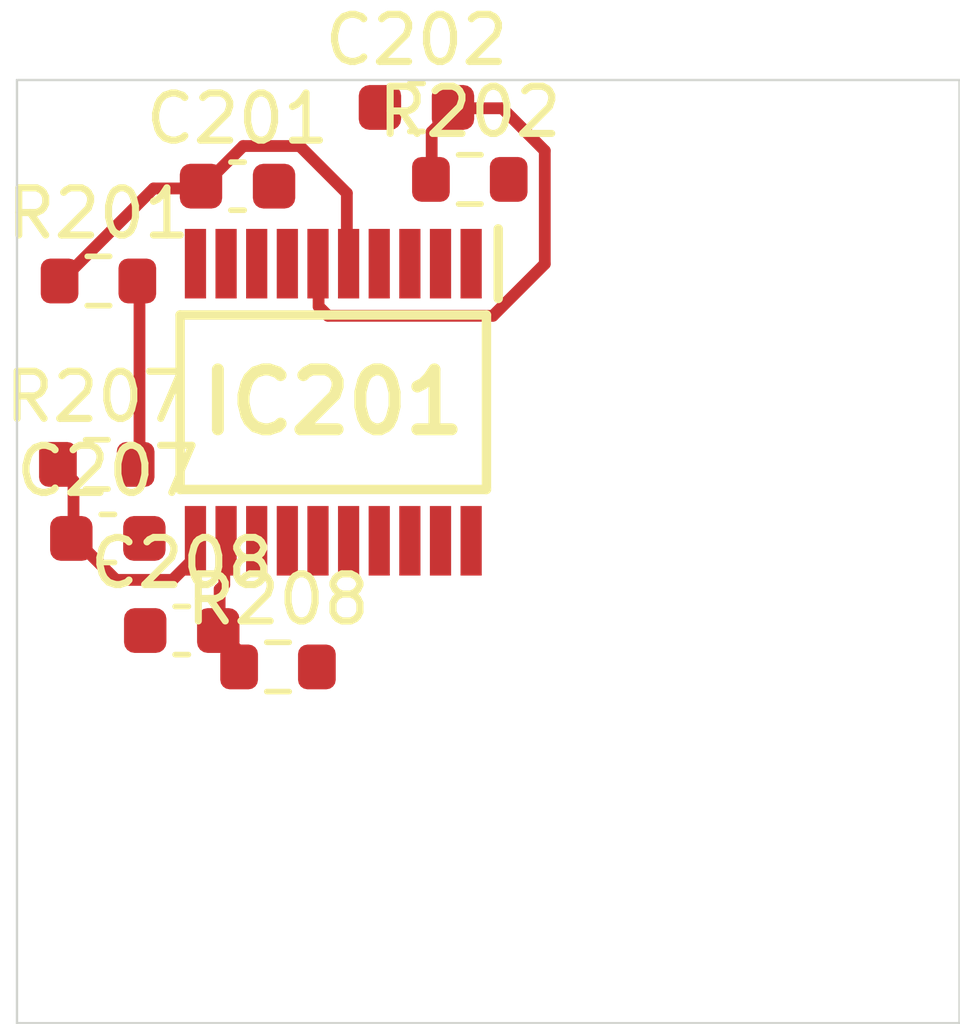
<source format=kicad_pcb>
 ( kicad_pcb  ( version 20171130 )
 ( host pcbnew 5.1.12-84ad8e8a86~92~ubuntu18.04.1 )
 ( general  ( thickness 1.6 )
 ( drawings 4 )
 ( tracks 0 )
 ( zones 0 )
 ( modules 9 )
 ( nets 19 )
)
 ( page A4 )
 ( layers  ( 0 F.Cu signal )
 ( 31 B.Cu signal )
 ( 32 B.Adhes user )
 ( 33 F.Adhes user )
 ( 34 B.Paste user )
 ( 35 F.Paste user )
 ( 36 B.SilkS user )
 ( 37 F.SilkS user )
 ( 38 B.Mask user )
 ( 39 F.Mask user )
 ( 40 Dwgs.User user )
 ( 41 Cmts.User user )
 ( 42 Eco1.User user )
 ( 43 Eco2.User user )
 ( 44 Edge.Cuts user )
 ( 45 Margin user )
 ( 46 B.CrtYd user )
 ( 47 F.CrtYd user )
 ( 48 B.Fab user )
 ( 49 F.Fab user )
)
 ( setup  ( last_trace_width 0.25 )
 ( trace_clearance 0.2 )
 ( zone_clearance 0.508 )
 ( zone_45_only no )
 ( trace_min 0.2 )
 ( via_size 0.8 )
 ( via_drill 0.4 )
 ( via_min_size 0.4 )
 ( via_min_drill 0.3 )
 ( uvia_size 0.3 )
 ( uvia_drill 0.1 )
 ( uvias_allowed no )
 ( uvia_min_size 0.2 )
 ( uvia_min_drill 0.1 )
 ( edge_width 0.05 )
 ( segment_width 0.2 )
 ( pcb_text_width 0.3 )
 ( pcb_text_size 1.5 1.5 )
 ( mod_edge_width 0.12 )
 ( mod_text_size 1 1 )
 ( mod_text_width 0.15 )
 ( pad_size 1.524 1.524 )
 ( pad_drill 0.762 )
 ( pad_to_mask_clearance 0 )
 ( aux_axis_origin 0 0 )
 ( visible_elements FFFFFF7F )
 ( pcbplotparams  ( layerselection 0x010fc_ffffffff )
 ( usegerberextensions false )
 ( usegerberattributes true )
 ( usegerberadvancedattributes true )
 ( creategerberjobfile true )
 ( excludeedgelayer true )
 ( linewidth 0.100000 )
 ( plotframeref false )
 ( viasonmask false )
 ( mode 1 )
 ( useauxorigin false )
 ( hpglpennumber 1 )
 ( hpglpenspeed 20 )
 ( hpglpendiameter 15.000000 )
 ( psnegative false )
 ( psa4output false )
 ( plotreference true )
 ( plotvalue true )
 ( plotinvisibletext false )
 ( padsonsilk false )
 ( subtractmaskfromsilk false )
 ( outputformat 1 )
 ( mirror false )
 ( drillshape 1 )
 ( scaleselection 1 )
 ( outputdirectory "" )
)
)
 ( net 0 "" )
 ( net 1 GND )
 ( net 2 /Sheet6235D886/ch0 )
 ( net 3 /Sheet6235D886/ch1 )
 ( net 4 /Sheet6235D886/ch2 )
 ( net 5 /Sheet6235D886/ch3 )
 ( net 6 /Sheet6235D886/ch4 )
 ( net 7 /Sheet6235D886/ch5 )
 ( net 8 /Sheet6235D886/ch6 )
 ( net 9 /Sheet6235D886/ch7 )
 ( net 10 VDD )
 ( net 11 VDDA )
 ( net 12 /Sheet6235D886/adc_csn )
 ( net 13 /Sheet6235D886/adc_sck )
 ( net 14 /Sheet6235D886/adc_sdi )
 ( net 15 /Sheet6235D886/adc_sdo )
 ( net 16 /Sheet6235D886/vp )
 ( net 17 /Sheet6248AD22/chn0 )
 ( net 18 /Sheet6248AD22/chn3 )
 ( net_class Default "This is the default net class."  ( clearance 0.2 )
 ( trace_width 0.25 )
 ( via_dia 0.8 )
 ( via_drill 0.4 )
 ( uvia_dia 0.3 )
 ( uvia_drill 0.1 )
 ( add_net /Sheet6235D886/adc_csn )
 ( add_net /Sheet6235D886/adc_sck )
 ( add_net /Sheet6235D886/adc_sdi )
 ( add_net /Sheet6235D886/adc_sdo )
 ( add_net /Sheet6235D886/ch0 )
 ( add_net /Sheet6235D886/ch1 )
 ( add_net /Sheet6235D886/ch2 )
 ( add_net /Sheet6235D886/ch3 )
 ( add_net /Sheet6235D886/ch4 )
 ( add_net /Sheet6235D886/ch5 )
 ( add_net /Sheet6235D886/ch6 )
 ( add_net /Sheet6235D886/ch7 )
 ( add_net /Sheet6235D886/vp )
 ( add_net /Sheet6248AD22/chn0 )
 ( add_net /Sheet6248AD22/chn3 )
 ( add_net GND )
 ( add_net VDD )
 ( add_net VDDA )
)
 ( module Capacitor_SMD:C_0603_1608Metric  ( layer F.Cu )
 ( tedit 5F68FEEE )
 ( tstamp 6234222D )
 ( at 84.680300 102.251000 )
 ( descr "Capacitor SMD 0603 (1608 Metric), square (rectangular) end terminal, IPC_7351 nominal, (Body size source: IPC-SM-782 page 76, https://www.pcb-3d.com/wordpress/wp-content/uploads/ipc-sm-782a_amendment_1_and_2.pdf), generated with kicad-footprint-generator" )
 ( tags capacitor )
 ( path /6235D887/623691C5 )
 ( attr smd )
 ( fp_text reference C201  ( at 0 -1.43 )
 ( layer F.SilkS )
 ( effects  ( font  ( size 1 1 )
 ( thickness 0.15 )
)
)
)
 ( fp_text value 0.1uF  ( at 0 1.43 )
 ( layer F.Fab )
 ( effects  ( font  ( size 1 1 )
 ( thickness 0.15 )
)
)
)
 ( fp_line  ( start -0.8 0.4 )
 ( end -0.8 -0.4 )
 ( layer F.Fab )
 ( width 0.1 )
)
 ( fp_line  ( start -0.8 -0.4 )
 ( end 0.8 -0.4 )
 ( layer F.Fab )
 ( width 0.1 )
)
 ( fp_line  ( start 0.8 -0.4 )
 ( end 0.8 0.4 )
 ( layer F.Fab )
 ( width 0.1 )
)
 ( fp_line  ( start 0.8 0.4 )
 ( end -0.8 0.4 )
 ( layer F.Fab )
 ( width 0.1 )
)
 ( fp_line  ( start -0.14058 -0.51 )
 ( end 0.14058 -0.51 )
 ( layer F.SilkS )
 ( width 0.12 )
)
 ( fp_line  ( start -0.14058 0.51 )
 ( end 0.14058 0.51 )
 ( layer F.SilkS )
 ( width 0.12 )
)
 ( fp_line  ( start -1.48 0.73 )
 ( end -1.48 -0.73 )
 ( layer F.CrtYd )
 ( width 0.05 )
)
 ( fp_line  ( start -1.48 -0.73 )
 ( end 1.48 -0.73 )
 ( layer F.CrtYd )
 ( width 0.05 )
)
 ( fp_line  ( start 1.48 -0.73 )
 ( end 1.48 0.73 )
 ( layer F.CrtYd )
 ( width 0.05 )
)
 ( fp_line  ( start 1.48 0.73 )
 ( end -1.48 0.73 )
 ( layer F.CrtYd )
 ( width 0.05 )
)
 ( fp_text user %R  ( at 0 0 )
 ( layer F.Fab )
 ( effects  ( font  ( size 0.4 0.4 )
 ( thickness 0.06 )
)
)
)
 ( pad 2 smd roundrect  ( at 0.775 0 )
 ( size 0.9 0.95 )
 ( layers F.Cu F.Mask F.Paste )
 ( roundrect_rratio 0.25 )
 ( net 1 GND )
)
 ( pad 1 smd roundrect  ( at -0.775 0 )
 ( size 0.9 0.95 )
 ( layers F.Cu F.Mask F.Paste )
 ( roundrect_rratio 0.25 )
 ( net 2 /Sheet6235D886/ch0 )
)
 ( model ${KISYS3DMOD}/Capacitor_SMD.3dshapes/C_0603_1608Metric.wrl  ( at  ( xyz 0 0 0 )
)
 ( scale  ( xyz 1 1 1 )
)
 ( rotate  ( xyz 0 0 0 )
)
)
)
 ( module Capacitor_SMD:C_0603_1608Metric  ( layer F.Cu )
 ( tedit 5F68FEEE )
 ( tstamp 6234223E )
 ( at 88.477100 100.582000 )
 ( descr "Capacitor SMD 0603 (1608 Metric), square (rectangular) end terminal, IPC_7351 nominal, (Body size source: IPC-SM-782 page 76, https://www.pcb-3d.com/wordpress/wp-content/uploads/ipc-sm-782a_amendment_1_and_2.pdf), generated with kicad-footprint-generator" )
 ( tags capacitor )
 ( path /6235D887/62369EE0 )
 ( attr smd )
 ( fp_text reference C202  ( at 0 -1.43 )
 ( layer F.SilkS )
 ( effects  ( font  ( size 1 1 )
 ( thickness 0.15 )
)
)
)
 ( fp_text value 0.1uF  ( at 0 1.43 )
 ( layer F.Fab )
 ( effects  ( font  ( size 1 1 )
 ( thickness 0.15 )
)
)
)
 ( fp_line  ( start 1.48 0.73 )
 ( end -1.48 0.73 )
 ( layer F.CrtYd )
 ( width 0.05 )
)
 ( fp_line  ( start 1.48 -0.73 )
 ( end 1.48 0.73 )
 ( layer F.CrtYd )
 ( width 0.05 )
)
 ( fp_line  ( start -1.48 -0.73 )
 ( end 1.48 -0.73 )
 ( layer F.CrtYd )
 ( width 0.05 )
)
 ( fp_line  ( start -1.48 0.73 )
 ( end -1.48 -0.73 )
 ( layer F.CrtYd )
 ( width 0.05 )
)
 ( fp_line  ( start -0.14058 0.51 )
 ( end 0.14058 0.51 )
 ( layer F.SilkS )
 ( width 0.12 )
)
 ( fp_line  ( start -0.14058 -0.51 )
 ( end 0.14058 -0.51 )
 ( layer F.SilkS )
 ( width 0.12 )
)
 ( fp_line  ( start 0.8 0.4 )
 ( end -0.8 0.4 )
 ( layer F.Fab )
 ( width 0.1 )
)
 ( fp_line  ( start 0.8 -0.4 )
 ( end 0.8 0.4 )
 ( layer F.Fab )
 ( width 0.1 )
)
 ( fp_line  ( start -0.8 -0.4 )
 ( end 0.8 -0.4 )
 ( layer F.Fab )
 ( width 0.1 )
)
 ( fp_line  ( start -0.8 0.4 )
 ( end -0.8 -0.4 )
 ( layer F.Fab )
 ( width 0.1 )
)
 ( fp_text user %R  ( at 0 0 )
 ( layer F.Fab )
 ( effects  ( font  ( size 0.4 0.4 )
 ( thickness 0.06 )
)
)
)
 ( pad 1 smd roundrect  ( at -0.775 0 )
 ( size 0.9 0.95 )
 ( layers F.Cu F.Mask F.Paste )
 ( roundrect_rratio 0.25 )
 ( net 1 GND )
)
 ( pad 2 smd roundrect  ( at 0.775 0 )
 ( size 0.9 0.95 )
 ( layers F.Cu F.Mask F.Paste )
 ( roundrect_rratio 0.25 )
 ( net 3 /Sheet6235D886/ch1 )
)
 ( model ${KISYS3DMOD}/Capacitor_SMD.3dshapes/C_0603_1608Metric.wrl  ( at  ( xyz 0 0 0 )
)
 ( scale  ( xyz 1 1 1 )
)
 ( rotate  ( xyz 0 0 0 )
)
)
)
 ( module Capacitor_SMD:C_0603_1608Metric  ( layer F.Cu )
 ( tedit 5F68FEEE )
 ( tstamp 62342293 )
 ( at 81.928400 109.721000 )
 ( descr "Capacitor SMD 0603 (1608 Metric), square (rectangular) end terminal, IPC_7351 nominal, (Body size source: IPC-SM-782 page 76, https://www.pcb-3d.com/wordpress/wp-content/uploads/ipc-sm-782a_amendment_1_and_2.pdf), generated with kicad-footprint-generator" )
 ( tags capacitor )
 ( path /6235D887/6238B3FE )
 ( attr smd )
 ( fp_text reference C207  ( at 0 -1.43 )
 ( layer F.SilkS )
 ( effects  ( font  ( size 1 1 )
 ( thickness 0.15 )
)
)
)
 ( fp_text value 0.1uF  ( at 0 1.43 )
 ( layer F.Fab )
 ( effects  ( font  ( size 1 1 )
 ( thickness 0.15 )
)
)
)
 ( fp_line  ( start -0.8 0.4 )
 ( end -0.8 -0.4 )
 ( layer F.Fab )
 ( width 0.1 )
)
 ( fp_line  ( start -0.8 -0.4 )
 ( end 0.8 -0.4 )
 ( layer F.Fab )
 ( width 0.1 )
)
 ( fp_line  ( start 0.8 -0.4 )
 ( end 0.8 0.4 )
 ( layer F.Fab )
 ( width 0.1 )
)
 ( fp_line  ( start 0.8 0.4 )
 ( end -0.8 0.4 )
 ( layer F.Fab )
 ( width 0.1 )
)
 ( fp_line  ( start -0.14058 -0.51 )
 ( end 0.14058 -0.51 )
 ( layer F.SilkS )
 ( width 0.12 )
)
 ( fp_line  ( start -0.14058 0.51 )
 ( end 0.14058 0.51 )
 ( layer F.SilkS )
 ( width 0.12 )
)
 ( fp_line  ( start -1.48 0.73 )
 ( end -1.48 -0.73 )
 ( layer F.CrtYd )
 ( width 0.05 )
)
 ( fp_line  ( start -1.48 -0.73 )
 ( end 1.48 -0.73 )
 ( layer F.CrtYd )
 ( width 0.05 )
)
 ( fp_line  ( start 1.48 -0.73 )
 ( end 1.48 0.73 )
 ( layer F.CrtYd )
 ( width 0.05 )
)
 ( fp_line  ( start 1.48 0.73 )
 ( end -1.48 0.73 )
 ( layer F.CrtYd )
 ( width 0.05 )
)
 ( fp_text user %R  ( at 0 0 )
 ( layer F.Fab )
 ( effects  ( font  ( size 0.4 0.4 )
 ( thickness 0.06 )
)
)
)
 ( pad 2 smd roundrect  ( at 0.775 0 )
 ( size 0.9 0.95 )
 ( layers F.Cu F.Mask F.Paste )
 ( roundrect_rratio 0.25 )
 ( net 1 GND )
)
 ( pad 1 smd roundrect  ( at -0.775 0 )
 ( size 0.9 0.95 )
 ( layers F.Cu F.Mask F.Paste )
 ( roundrect_rratio 0.25 )
 ( net 8 /Sheet6235D886/ch6 )
)
 ( model ${KISYS3DMOD}/Capacitor_SMD.3dshapes/C_0603_1608Metric.wrl  ( at  ( xyz 0 0 0 )
)
 ( scale  ( xyz 1 1 1 )
)
 ( rotate  ( xyz 0 0 0 )
)
)
)
 ( module Capacitor_SMD:C_0603_1608Metric  ( layer F.Cu )
 ( tedit 5F68FEEE )
 ( tstamp 623422A4 )
 ( at 83.496500 111.674000 )
 ( descr "Capacitor SMD 0603 (1608 Metric), square (rectangular) end terminal, IPC_7351 nominal, (Body size source: IPC-SM-782 page 76, https://www.pcb-3d.com/wordpress/wp-content/uploads/ipc-sm-782a_amendment_1_and_2.pdf), generated with kicad-footprint-generator" )
 ( tags capacitor )
 ( path /6235D887/6238B404 )
 ( attr smd )
 ( fp_text reference C208  ( at 0 -1.43 )
 ( layer F.SilkS )
 ( effects  ( font  ( size 1 1 )
 ( thickness 0.15 )
)
)
)
 ( fp_text value 0.1uF  ( at 0 1.43 )
 ( layer F.Fab )
 ( effects  ( font  ( size 1 1 )
 ( thickness 0.15 )
)
)
)
 ( fp_line  ( start 1.48 0.73 )
 ( end -1.48 0.73 )
 ( layer F.CrtYd )
 ( width 0.05 )
)
 ( fp_line  ( start 1.48 -0.73 )
 ( end 1.48 0.73 )
 ( layer F.CrtYd )
 ( width 0.05 )
)
 ( fp_line  ( start -1.48 -0.73 )
 ( end 1.48 -0.73 )
 ( layer F.CrtYd )
 ( width 0.05 )
)
 ( fp_line  ( start -1.48 0.73 )
 ( end -1.48 -0.73 )
 ( layer F.CrtYd )
 ( width 0.05 )
)
 ( fp_line  ( start -0.14058 0.51 )
 ( end 0.14058 0.51 )
 ( layer F.SilkS )
 ( width 0.12 )
)
 ( fp_line  ( start -0.14058 -0.51 )
 ( end 0.14058 -0.51 )
 ( layer F.SilkS )
 ( width 0.12 )
)
 ( fp_line  ( start 0.8 0.4 )
 ( end -0.8 0.4 )
 ( layer F.Fab )
 ( width 0.1 )
)
 ( fp_line  ( start 0.8 -0.4 )
 ( end 0.8 0.4 )
 ( layer F.Fab )
 ( width 0.1 )
)
 ( fp_line  ( start -0.8 -0.4 )
 ( end 0.8 -0.4 )
 ( layer F.Fab )
 ( width 0.1 )
)
 ( fp_line  ( start -0.8 0.4 )
 ( end -0.8 -0.4 )
 ( layer F.Fab )
 ( width 0.1 )
)
 ( fp_text user %R  ( at 0 0 )
 ( layer F.Fab )
 ( effects  ( font  ( size 0.4 0.4 )
 ( thickness 0.06 )
)
)
)
 ( pad 1 smd roundrect  ( at -0.775 0 )
 ( size 0.9 0.95 )
 ( layers F.Cu F.Mask F.Paste )
 ( roundrect_rratio 0.25 )
 ( net 1 GND )
)
 ( pad 2 smd roundrect  ( at 0.775 0 )
 ( size 0.9 0.95 )
 ( layers F.Cu F.Mask F.Paste )
 ( roundrect_rratio 0.25 )
 ( net 9 /Sheet6235D886/ch7 )
)
 ( model ${KISYS3DMOD}/Capacitor_SMD.3dshapes/C_0603_1608Metric.wrl  ( at  ( xyz 0 0 0 )
)
 ( scale  ( xyz 1 1 1 )
)
 ( rotate  ( xyz 0 0 0 )
)
)
)
 ( module MCP3564R-E_ST:SOP65P640X120-20N locked  ( layer F.Cu )
 ( tedit 623351C2 )
 ( tstamp 623423D6 )
 ( at 86.712100 106.833000 270.000000 )
 ( descr "20-Lead Plastic Thin Shrink Small Outline (ST) - 4.4mm body [TSSOP]" )
 ( tags "Integrated Circuit" )
 ( path /6235D887/6235E071 )
 ( attr smd )
 ( fp_text reference IC201  ( at 0 0 )
 ( layer F.SilkS )
 ( effects  ( font  ( size 1.27 1.27 )
 ( thickness 0.254 )
)
)
)
 ( fp_text value MCP3564R-E_ST  ( at 0 0 )
 ( layer F.SilkS )
hide  ( effects  ( font  ( size 1.27 1.27 )
 ( thickness 0.254 )
)
)
)
 ( fp_line  ( start -3.925 -3.55 )
 ( end 3.925 -3.55 )
 ( layer Dwgs.User )
 ( width 0.05 )
)
 ( fp_line  ( start 3.925 -3.55 )
 ( end 3.925 3.55 )
 ( layer Dwgs.User )
 ( width 0.05 )
)
 ( fp_line  ( start 3.925 3.55 )
 ( end -3.925 3.55 )
 ( layer Dwgs.User )
 ( width 0.05 )
)
 ( fp_line  ( start -3.925 3.55 )
 ( end -3.925 -3.55 )
 ( layer Dwgs.User )
 ( width 0.05 )
)
 ( fp_line  ( start -2.2 -3.25 )
 ( end 2.2 -3.25 )
 ( layer Dwgs.User )
 ( width 0.1 )
)
 ( fp_line  ( start 2.2 -3.25 )
 ( end 2.2 3.25 )
 ( layer Dwgs.User )
 ( width 0.1 )
)
 ( fp_line  ( start 2.2 3.25 )
 ( end -2.2 3.25 )
 ( layer Dwgs.User )
 ( width 0.1 )
)
 ( fp_line  ( start -2.2 3.25 )
 ( end -2.2 -3.25 )
 ( layer Dwgs.User )
 ( width 0.1 )
)
 ( fp_line  ( start -2.2 -2.6 )
 ( end -1.55 -3.25 )
 ( layer Dwgs.User )
 ( width 0.1 )
)
 ( fp_line  ( start -1.85 -3.25 )
 ( end 1.85 -3.25 )
 ( layer F.SilkS )
 ( width 0.2 )
)
 ( fp_line  ( start 1.85 -3.25 )
 ( end 1.85 3.25 )
 ( layer F.SilkS )
 ( width 0.2 )
)
 ( fp_line  ( start 1.85 3.25 )
 ( end -1.85 3.25 )
 ( layer F.SilkS )
 ( width 0.2 )
)
 ( fp_line  ( start -1.85 3.25 )
 ( end -1.85 -3.25 )
 ( layer F.SilkS )
 ( width 0.2 )
)
 ( fp_line  ( start -3.675 -3.5 )
 ( end -2.2 -3.5 )
 ( layer F.SilkS )
 ( width 0.2 )
)
 ( pad 1 smd rect  ( at -2.938 -2.925 )
 ( size 0.45 1.475 )
 ( layers F.Cu F.Mask F.Paste )
 ( net 11 VDDA )
)
 ( pad 2 smd rect  ( at -2.938 -2.275 )
 ( size 0.45 1.475 )
 ( layers F.Cu F.Mask F.Paste )
 ( net 1 GND )
)
 ( pad 3 smd rect  ( at -2.938 -1.625 )
 ( size 0.45 1.475 )
 ( layers F.Cu F.Mask F.Paste )
 ( net 1 GND )
)
 ( pad 4 smd rect  ( at -2.938 -0.975 )
 ( size 0.45 1.475 )
 ( layers F.Cu F.Mask F.Paste )
)
 ( pad 5 smd rect  ( at -2.938 -0.325 )
 ( size 0.45 1.475 )
 ( layers F.Cu F.Mask F.Paste )
 ( net 2 /Sheet6235D886/ch0 )
)
 ( pad 6 smd rect  ( at -2.938 0.325 )
 ( size 0.45 1.475 )
 ( layers F.Cu F.Mask F.Paste )
 ( net 3 /Sheet6235D886/ch1 )
)
 ( pad 7 smd rect  ( at -2.938 0.975 )
 ( size 0.45 1.475 )
 ( layers F.Cu F.Mask F.Paste )
 ( net 4 /Sheet6235D886/ch2 )
)
 ( pad 8 smd rect  ( at -2.938 1.625 )
 ( size 0.45 1.475 )
 ( layers F.Cu F.Mask F.Paste )
 ( net 5 /Sheet6235D886/ch3 )
)
 ( pad 9 smd rect  ( at -2.938 2.275 )
 ( size 0.45 1.475 )
 ( layers F.Cu F.Mask F.Paste )
 ( net 6 /Sheet6235D886/ch4 )
)
 ( pad 10 smd rect  ( at -2.938 2.925 )
 ( size 0.45 1.475 )
 ( layers F.Cu F.Mask F.Paste )
 ( net 7 /Sheet6235D886/ch5 )
)
 ( pad 11 smd rect  ( at 2.938 2.925 )
 ( size 0.45 1.475 )
 ( layers F.Cu F.Mask F.Paste )
 ( net 8 /Sheet6235D886/ch6 )
)
 ( pad 12 smd rect  ( at 2.938 2.275 )
 ( size 0.45 1.475 )
 ( layers F.Cu F.Mask F.Paste )
 ( net 9 /Sheet6235D886/ch7 )
)
 ( pad 13 smd rect  ( at 2.938 1.625 )
 ( size 0.45 1.475 )
 ( layers F.Cu F.Mask F.Paste )
 ( net 12 /Sheet6235D886/adc_csn )
)
 ( pad 14 smd rect  ( at 2.938 0.975 )
 ( size 0.45 1.475 )
 ( layers F.Cu F.Mask F.Paste )
 ( net 13 /Sheet6235D886/adc_sck )
)
 ( pad 15 smd rect  ( at 2.938 0.325 )
 ( size 0.45 1.475 )
 ( layers F.Cu F.Mask F.Paste )
 ( net 14 /Sheet6235D886/adc_sdi )
)
 ( pad 16 smd rect  ( at 2.938 -0.325 )
 ( size 0.45 1.475 )
 ( layers F.Cu F.Mask F.Paste )
 ( net 15 /Sheet6235D886/adc_sdo )
)
 ( pad 17 smd rect  ( at 2.938 -0.975 )
 ( size 0.45 1.475 )
 ( layers F.Cu F.Mask F.Paste )
)
 ( pad 18 smd rect  ( at 2.938 -1.625 )
 ( size 0.45 1.475 )
 ( layers F.Cu F.Mask F.Paste )
)
 ( pad 19 smd rect  ( at 2.938 -2.275 )
 ( size 0.45 1.475 )
 ( layers F.Cu F.Mask F.Paste )
 ( net 1 GND )
)
 ( pad 20 smd rect  ( at 2.938 -2.925 )
 ( size 0.45 1.475 )
 ( layers F.Cu F.Mask F.Paste )
 ( net 10 VDD )
)
)
 ( module Resistor_SMD:R_0603_1608Metric  ( layer F.Cu )
 ( tedit 5F68FEEE )
 ( tstamp 6234250D )
 ( at 81.729000 104.262000 )
 ( descr "Resistor SMD 0603 (1608 Metric), square (rectangular) end terminal, IPC_7351 nominal, (Body size source: IPC-SM-782 page 72, https://www.pcb-3d.com/wordpress/wp-content/uploads/ipc-sm-782a_amendment_1_and_2.pdf), generated with kicad-footprint-generator" )
 ( tags resistor )
 ( path /6235D887/623641B7 )
 ( attr smd )
 ( fp_text reference R201  ( at 0 -1.43 )
 ( layer F.SilkS )
 ( effects  ( font  ( size 1 1 )
 ( thickness 0.15 )
)
)
)
 ( fp_text value 1k  ( at 0 1.43 )
 ( layer F.Fab )
 ( effects  ( font  ( size 1 1 )
 ( thickness 0.15 )
)
)
)
 ( fp_line  ( start -0.8 0.4125 )
 ( end -0.8 -0.4125 )
 ( layer F.Fab )
 ( width 0.1 )
)
 ( fp_line  ( start -0.8 -0.4125 )
 ( end 0.8 -0.4125 )
 ( layer F.Fab )
 ( width 0.1 )
)
 ( fp_line  ( start 0.8 -0.4125 )
 ( end 0.8 0.4125 )
 ( layer F.Fab )
 ( width 0.1 )
)
 ( fp_line  ( start 0.8 0.4125 )
 ( end -0.8 0.4125 )
 ( layer F.Fab )
 ( width 0.1 )
)
 ( fp_line  ( start -0.237258 -0.5225 )
 ( end 0.237258 -0.5225 )
 ( layer F.SilkS )
 ( width 0.12 )
)
 ( fp_line  ( start -0.237258 0.5225 )
 ( end 0.237258 0.5225 )
 ( layer F.SilkS )
 ( width 0.12 )
)
 ( fp_line  ( start -1.48 0.73 )
 ( end -1.48 -0.73 )
 ( layer F.CrtYd )
 ( width 0.05 )
)
 ( fp_line  ( start -1.48 -0.73 )
 ( end 1.48 -0.73 )
 ( layer F.CrtYd )
 ( width 0.05 )
)
 ( fp_line  ( start 1.48 -0.73 )
 ( end 1.48 0.73 )
 ( layer F.CrtYd )
 ( width 0.05 )
)
 ( fp_line  ( start 1.48 0.73 )
 ( end -1.48 0.73 )
 ( layer F.CrtYd )
 ( width 0.05 )
)
 ( fp_text user %R  ( at 0 0 )
 ( layer F.Fab )
 ( effects  ( font  ( size 0.4 0.4 )
 ( thickness 0.06 )
)
)
)
 ( pad 2 smd roundrect  ( at 0.825 0 )
 ( size 0.8 0.95 )
 ( layers F.Cu F.Mask F.Paste )
 ( roundrect_rratio 0.25 )
 ( net 16 /Sheet6235D886/vp )
)
 ( pad 1 smd roundrect  ( at -0.825 0 )
 ( size 0.8 0.95 )
 ( layers F.Cu F.Mask F.Paste )
 ( roundrect_rratio 0.25 )
 ( net 2 /Sheet6235D886/ch0 )
)
 ( model ${KISYS3DMOD}/Resistor_SMD.3dshapes/R_0603_1608Metric.wrl  ( at  ( xyz 0 0 0 )
)
 ( scale  ( xyz 1 1 1 )
)
 ( rotate  ( xyz 0 0 0 )
)
)
)
 ( module Resistor_SMD:R_0603_1608Metric  ( layer F.Cu )
 ( tedit 5F68FEEE )
 ( tstamp 6234251E )
 ( at 89.609100 102.108000 )
 ( descr "Resistor SMD 0603 (1608 Metric), square (rectangular) end terminal, IPC_7351 nominal, (Body size source: IPC-SM-782 page 72, https://www.pcb-3d.com/wordpress/wp-content/uploads/ipc-sm-782a_amendment_1_and_2.pdf), generated with kicad-footprint-generator" )
 ( tags resistor )
 ( path /6235D887/6236A646 )
 ( attr smd )
 ( fp_text reference R202  ( at 0 -1.43 )
 ( layer F.SilkS )
 ( effects  ( font  ( size 1 1 )
 ( thickness 0.15 )
)
)
)
 ( fp_text value 1k  ( at 0 1.43 )
 ( layer F.Fab )
 ( effects  ( font  ( size 1 1 )
 ( thickness 0.15 )
)
)
)
 ( fp_line  ( start 1.48 0.73 )
 ( end -1.48 0.73 )
 ( layer F.CrtYd )
 ( width 0.05 )
)
 ( fp_line  ( start 1.48 -0.73 )
 ( end 1.48 0.73 )
 ( layer F.CrtYd )
 ( width 0.05 )
)
 ( fp_line  ( start -1.48 -0.73 )
 ( end 1.48 -0.73 )
 ( layer F.CrtYd )
 ( width 0.05 )
)
 ( fp_line  ( start -1.48 0.73 )
 ( end -1.48 -0.73 )
 ( layer F.CrtYd )
 ( width 0.05 )
)
 ( fp_line  ( start -0.237258 0.5225 )
 ( end 0.237258 0.5225 )
 ( layer F.SilkS )
 ( width 0.12 )
)
 ( fp_line  ( start -0.237258 -0.5225 )
 ( end 0.237258 -0.5225 )
 ( layer F.SilkS )
 ( width 0.12 )
)
 ( fp_line  ( start 0.8 0.4125 )
 ( end -0.8 0.4125 )
 ( layer F.Fab )
 ( width 0.1 )
)
 ( fp_line  ( start 0.8 -0.4125 )
 ( end 0.8 0.4125 )
 ( layer F.Fab )
 ( width 0.1 )
)
 ( fp_line  ( start -0.8 -0.4125 )
 ( end 0.8 -0.4125 )
 ( layer F.Fab )
 ( width 0.1 )
)
 ( fp_line  ( start -0.8 0.4125 )
 ( end -0.8 -0.4125 )
 ( layer F.Fab )
 ( width 0.1 )
)
 ( fp_text user %R  ( at 0 0 )
 ( layer F.Fab )
 ( effects  ( font  ( size 0.4 0.4 )
 ( thickness 0.06 )
)
)
)
 ( pad 1 smd roundrect  ( at -0.825 0 )
 ( size 0.8 0.95 )
 ( layers F.Cu F.Mask F.Paste )
 ( roundrect_rratio 0.25 )
 ( net 3 /Sheet6235D886/ch1 )
)
 ( pad 2 smd roundrect  ( at 0.825 0 )
 ( size 0.8 0.95 )
 ( layers F.Cu F.Mask F.Paste )
 ( roundrect_rratio 0.25 )
 ( net 17 /Sheet6248AD22/chn0 )
)
 ( model ${KISYS3DMOD}/Resistor_SMD.3dshapes/R_0603_1608Metric.wrl  ( at  ( xyz 0 0 0 )
)
 ( scale  ( xyz 1 1 1 )
)
 ( rotate  ( xyz 0 0 0 )
)
)
)
 ( module Resistor_SMD:R_0603_1608Metric  ( layer F.Cu )
 ( tedit 5F68FEEE )
 ( tstamp 62342573 )
 ( at 81.693500 108.151000 )
 ( descr "Resistor SMD 0603 (1608 Metric), square (rectangular) end terminal, IPC_7351 nominal, (Body size source: IPC-SM-782 page 72, https://www.pcb-3d.com/wordpress/wp-content/uploads/ipc-sm-782a_amendment_1_and_2.pdf), generated with kicad-footprint-generator" )
 ( tags resistor )
 ( path /6235D887/6238B3F8 )
 ( attr smd )
 ( fp_text reference R207  ( at 0 -1.43 )
 ( layer F.SilkS )
 ( effects  ( font  ( size 1 1 )
 ( thickness 0.15 )
)
)
)
 ( fp_text value 1k  ( at 0 1.43 )
 ( layer F.Fab )
 ( effects  ( font  ( size 1 1 )
 ( thickness 0.15 )
)
)
)
 ( fp_line  ( start -0.8 0.4125 )
 ( end -0.8 -0.4125 )
 ( layer F.Fab )
 ( width 0.1 )
)
 ( fp_line  ( start -0.8 -0.4125 )
 ( end 0.8 -0.4125 )
 ( layer F.Fab )
 ( width 0.1 )
)
 ( fp_line  ( start 0.8 -0.4125 )
 ( end 0.8 0.4125 )
 ( layer F.Fab )
 ( width 0.1 )
)
 ( fp_line  ( start 0.8 0.4125 )
 ( end -0.8 0.4125 )
 ( layer F.Fab )
 ( width 0.1 )
)
 ( fp_line  ( start -0.237258 -0.5225 )
 ( end 0.237258 -0.5225 )
 ( layer F.SilkS )
 ( width 0.12 )
)
 ( fp_line  ( start -0.237258 0.5225 )
 ( end 0.237258 0.5225 )
 ( layer F.SilkS )
 ( width 0.12 )
)
 ( fp_line  ( start -1.48 0.73 )
 ( end -1.48 -0.73 )
 ( layer F.CrtYd )
 ( width 0.05 )
)
 ( fp_line  ( start -1.48 -0.73 )
 ( end 1.48 -0.73 )
 ( layer F.CrtYd )
 ( width 0.05 )
)
 ( fp_line  ( start 1.48 -0.73 )
 ( end 1.48 0.73 )
 ( layer F.CrtYd )
 ( width 0.05 )
)
 ( fp_line  ( start 1.48 0.73 )
 ( end -1.48 0.73 )
 ( layer F.CrtYd )
 ( width 0.05 )
)
 ( fp_text user %R  ( at 0 0 )
 ( layer F.Fab )
 ( effects  ( font  ( size 0.4 0.4 )
 ( thickness 0.06 )
)
)
)
 ( pad 2 smd roundrect  ( at 0.825 0 )
 ( size 0.8 0.95 )
 ( layers F.Cu F.Mask F.Paste )
 ( roundrect_rratio 0.25 )
 ( net 16 /Sheet6235D886/vp )
)
 ( pad 1 smd roundrect  ( at -0.825 0 )
 ( size 0.8 0.95 )
 ( layers F.Cu F.Mask F.Paste )
 ( roundrect_rratio 0.25 )
 ( net 8 /Sheet6235D886/ch6 )
)
 ( model ${KISYS3DMOD}/Resistor_SMD.3dshapes/R_0603_1608Metric.wrl  ( at  ( xyz 0 0 0 )
)
 ( scale  ( xyz 1 1 1 )
)
 ( rotate  ( xyz 0 0 0 )
)
)
)
 ( module Resistor_SMD:R_0603_1608Metric  ( layer F.Cu )
 ( tedit 5F68FEEE )
 ( tstamp 62342584 )
 ( at 85.539100 112.446000 )
 ( descr "Resistor SMD 0603 (1608 Metric), square (rectangular) end terminal, IPC_7351 nominal, (Body size source: IPC-SM-782 page 72, https://www.pcb-3d.com/wordpress/wp-content/uploads/ipc-sm-782a_amendment_1_and_2.pdf), generated with kicad-footprint-generator" )
 ( tags resistor )
 ( path /6235D887/6238B40A )
 ( attr smd )
 ( fp_text reference R208  ( at 0 -1.43 )
 ( layer F.SilkS )
 ( effects  ( font  ( size 1 1 )
 ( thickness 0.15 )
)
)
)
 ( fp_text value 1k  ( at 0 1.43 )
 ( layer F.Fab )
 ( effects  ( font  ( size 1 1 )
 ( thickness 0.15 )
)
)
)
 ( fp_line  ( start 1.48 0.73 )
 ( end -1.48 0.73 )
 ( layer F.CrtYd )
 ( width 0.05 )
)
 ( fp_line  ( start 1.48 -0.73 )
 ( end 1.48 0.73 )
 ( layer F.CrtYd )
 ( width 0.05 )
)
 ( fp_line  ( start -1.48 -0.73 )
 ( end 1.48 -0.73 )
 ( layer F.CrtYd )
 ( width 0.05 )
)
 ( fp_line  ( start -1.48 0.73 )
 ( end -1.48 -0.73 )
 ( layer F.CrtYd )
 ( width 0.05 )
)
 ( fp_line  ( start -0.237258 0.5225 )
 ( end 0.237258 0.5225 )
 ( layer F.SilkS )
 ( width 0.12 )
)
 ( fp_line  ( start -0.237258 -0.5225 )
 ( end 0.237258 -0.5225 )
 ( layer F.SilkS )
 ( width 0.12 )
)
 ( fp_line  ( start 0.8 0.4125 )
 ( end -0.8 0.4125 )
 ( layer F.Fab )
 ( width 0.1 )
)
 ( fp_line  ( start 0.8 -0.4125 )
 ( end 0.8 0.4125 )
 ( layer F.Fab )
 ( width 0.1 )
)
 ( fp_line  ( start -0.8 -0.4125 )
 ( end 0.8 -0.4125 )
 ( layer F.Fab )
 ( width 0.1 )
)
 ( fp_line  ( start -0.8 0.4125 )
 ( end -0.8 -0.4125 )
 ( layer F.Fab )
 ( width 0.1 )
)
 ( fp_text user %R  ( at 0 0 )
 ( layer F.Fab )
 ( effects  ( font  ( size 0.4 0.4 )
 ( thickness 0.06 )
)
)
)
 ( pad 1 smd roundrect  ( at -0.825 0 )
 ( size 0.8 0.95 )
 ( layers F.Cu F.Mask F.Paste )
 ( roundrect_rratio 0.25 )
 ( net 9 /Sheet6235D886/ch7 )
)
 ( pad 2 smd roundrect  ( at 0.825 0 )
 ( size 0.8 0.95 )
 ( layers F.Cu F.Mask F.Paste )
 ( roundrect_rratio 0.25 )
 ( net 18 /Sheet6248AD22/chn3 )
)
 ( model ${KISYS3DMOD}/Resistor_SMD.3dshapes/R_0603_1608Metric.wrl  ( at  ( xyz 0 0 0 )
)
 ( scale  ( xyz 1 1 1 )
)
 ( rotate  ( xyz 0 0 0 )
)
)
)
 ( gr_line  ( start 100 100 )
 ( end 100 120 )
 ( layer Edge.Cuts )
 ( width 0.05 )
 ( tstamp 62E770C4 )
)
 ( gr_line  ( start 80 120 )
 ( end 100 120 )
 ( layer Edge.Cuts )
 ( width 0.05 )
 ( tstamp 62E770C0 )
)
 ( gr_line  ( start 80 100 )
 ( end 100 100 )
 ( layer Edge.Cuts )
 ( width 0.05 )
 ( tstamp 6234110C )
)
 ( gr_line  ( start 80 100 )
 ( end 80 120 )
 ( layer Edge.Cuts )
 ( width 0.05 )
)
 ( segment  ( start 87.000001 103.900002 )
 ( end 87.000001 102.400002 )
 ( width 0.250000 )
 ( layer F.Cu )
 ( net 2 )
)
 ( segment  ( start 87.000001 102.400002 )
 ( end 86.000001 101.400002 )
 ( width 0.250000 )
 ( layer F.Cu )
 ( net 2 )
)
 ( segment  ( start 86.000001 101.400002 )
 ( end 84.800001 101.400002 )
 ( width 0.250000 )
 ( layer F.Cu )
 ( net 2 )
)
 ( segment  ( start 84.800001 101.400002 )
 ( end 83.900001 102.300002 )
 ( width 0.250000 )
 ( layer F.Cu )
 ( net 2 )
)
 ( segment  ( start 80.900001 104.300002 )
 ( end 82.900001 102.300002 )
 ( width 0.250000 )
 ( layer F.Cu )
 ( net 2 )
)
 ( segment  ( start 82.900001 102.300002 )
 ( end 83.900001 102.300002 )
 ( width 0.250000 )
 ( layer F.Cu )
 ( net 2 )
)
 ( segment  ( start 86.400001 103.900002 )
 ( end 86.400001 104.800002 )
 ( width 0.250000 )
 ( layer F.Cu )
 ( net 3 )
)
 ( segment  ( start 86.400001 104.800002 )
 ( end 86.600001 105.000002 )
 ( width 0.250000 )
 ( layer F.Cu )
 ( net 3 )
)
 ( segment  ( start 86.600001 105.000002 )
 ( end 90.100001 105.000002 )
 ( width 0.250000 )
 ( layer F.Cu )
 ( net 3 )
)
 ( segment  ( start 90.100001 105.000002 )
 ( end 91.200001 103.900002 )
 ( width 0.250000 )
 ( layer F.Cu )
 ( net 3 )
)
 ( segment  ( start 91.200001 103.900002 )
 ( end 91.200001 101.500002 )
 ( width 0.250000 )
 ( layer F.Cu )
 ( net 3 )
)
 ( segment  ( start 91.200001 101.500002 )
 ( end 90.300001 100.600001 )
 ( width 0.250000 )
 ( layer F.Cu )
 ( net 3 )
)
 ( segment  ( start 90.300001 100.600001 )
 ( end 89.300001 100.600001 )
 ( width 0.250000 )
 ( layer F.Cu )
 ( net 3 )
)
 ( segment  ( start 88.800001 102.100002 )
 ( end 88.800001 101.100002 )
 ( width 0.250000 )
 ( layer F.Cu )
 ( net 3 )
)
 ( segment  ( start 88.800001 101.100002 )
 ( end 89.300001 100.600001 )
 ( width 0.250000 )
 ( layer F.Cu )
 ( net 3 )
)
 ( segment  ( start 83.800001 109.800002 )
 ( end 83.800001 110.100002 )
 ( width 0.250000 )
 ( layer F.Cu )
 ( net 8 )
)
 ( segment  ( start 83.800001 110.100002 )
 ( end 83.300001 110.600002 )
 ( width 0.250000 )
 ( layer F.Cu )
 ( net 8 )
)
 ( segment  ( start 83.300001 110.600002 )
 ( end 82.100001 110.600002 )
 ( width 0.250000 )
 ( layer F.Cu )
 ( net 8 )
)
 ( segment  ( start 82.100001 110.600002 )
 ( end 81.200001 109.700002 )
 ( width 0.250000 )
 ( layer F.Cu )
 ( net 8 )
)
 ( segment  ( start 80.900001 108.200002 )
 ( end 81.200001 108.500002 )
 ( width 0.250000 )
 ( layer F.Cu )
 ( net 8 )
)
 ( segment  ( start 81.200001 108.500002 )
 ( end 81.200001 109.700002 )
 ( width 0.250000 )
 ( layer F.Cu )
 ( net 8 )
)
 ( segment  ( start 84.400001 109.800002 )
 ( end 84.400001 110.700002 )
 ( width 0.250000 )
 ( layer F.Cu )
 ( net 9 )
)
 ( segment  ( start 84.400001 110.700002 )
 ( end 84.300001 110.800002 )
 ( width 0.250000 )
 ( layer F.Cu )
 ( net 9 )
)
 ( segment  ( start 84.300001 110.800002 )
 ( end 84.300001 111.700002 )
 ( width 0.250000 )
 ( layer F.Cu )
 ( net 9 )
)
 ( segment  ( start 84.700001 112.400002 )
 ( end 84.700001 112.100002 )
 ( width 0.250000 )
 ( layer F.Cu )
 ( net 9 )
)
 ( segment  ( start 84.700001 112.100002 )
 ( end 84.300001 111.700002 )
 ( width 0.250000 )
 ( layer F.Cu )
 ( net 9 )
)
 ( segment  ( start 82.500001 108.200002 )
 ( end 82.600001 108.100002 )
 ( width 0.250000 )
 ( layer F.Cu )
 ( net 16 )
)
 ( segment  ( start 82.600001 108.100002 )
 ( end 82.600001 104.300002 )
 ( width 0.250000 )
 ( layer F.Cu )
 ( net 16 )
)
)

</source>
